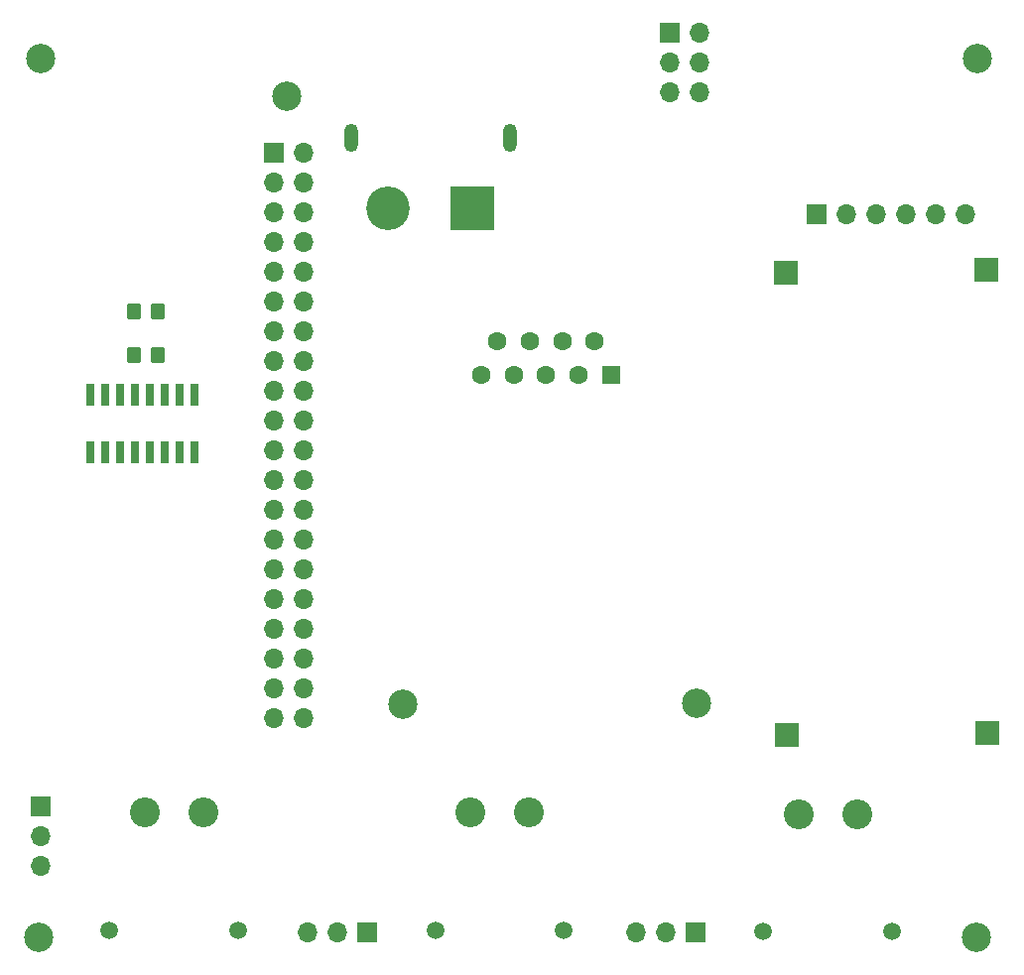
<source format=gbr>
%TF.GenerationSoftware,KiCad,Pcbnew,6.0.8-f2edbf62ab~116~ubuntu22.04.1*%
%TF.CreationDate,2022-11-23T03:00:06-05:00*%
%TF.ProjectId,MJBOTS-CubeSat,4d4a424f-5453-42d4-9375-62655361742e,rev?*%
%TF.SameCoordinates,Original*%
%TF.FileFunction,Soldermask,Bot*%
%TF.FilePolarity,Negative*%
%FSLAX46Y46*%
G04 Gerber Fmt 4.6, Leading zero omitted, Abs format (unit mm)*
G04 Created by KiCad (PCBNEW 6.0.8-f2edbf62ab~116~ubuntu22.04.1) date 2022-11-23 03:00:06*
%MOMM*%
%LPD*%
G01*
G04 APERTURE LIST*
G04 Aperture macros list*
%AMRoundRect*
0 Rectangle with rounded corners*
0 $1 Rounding radius*
0 $2 $3 $4 $5 $6 $7 $8 $9 X,Y pos of 4 corners*
0 Add a 4 corners polygon primitive as box body*
4,1,4,$2,$3,$4,$5,$6,$7,$8,$9,$2,$3,0*
0 Add four circle primitives for the rounded corners*
1,1,$1+$1,$2,$3*
1,1,$1+$1,$4,$5*
1,1,$1+$1,$6,$7*
1,1,$1+$1,$8,$9*
0 Add four rect primitives between the rounded corners*
20,1,$1+$1,$2,$3,$4,$5,0*
20,1,$1+$1,$4,$5,$6,$7,0*
20,1,$1+$1,$6,$7,$8,$9,0*
20,1,$1+$1,$8,$9,$2,$3,0*%
G04 Aperture macros list end*
%ADD10C,2.500000*%
%ADD11RoundRect,0.250000X-0.350000X-0.450000X0.350000X-0.450000X0.350000X0.450000X-0.350000X0.450000X0*%
%ADD12R,1.600000X1.600000*%
%ADD13C,1.600000*%
%ADD14C,2.550000*%
%ADD15C,1.500000*%
%ADD16R,1.700000X1.700000*%
%ADD17O,1.700000X1.700000*%
%ADD18R,3.716000X3.716000*%
%ADD19C,3.716000*%
%ADD20O,1.200000X2.400000*%
%ADD21R,2.000000X2.000000*%
%ADD22RoundRect,0.042000X-0.258000X0.908000X-0.258000X-0.908000X0.258000X-0.908000X0.258000X0.908000X0*%
G04 APERTURE END LIST*
D10*
%TO.C,H7*%
X129950000Y-104100000D03*
%TD*%
%TO.C,H5*%
X155000000Y-104000000D03*
%TD*%
D11*
%TO.C,R2*%
X107000000Y-74300000D03*
X109000000Y-74300000D03*
%TD*%
%TO.C,R1*%
X107000000Y-70600000D03*
X109000000Y-70600000D03*
%TD*%
D12*
%TO.C,J4*%
X147700000Y-76000000D03*
D13*
X144930000Y-76000000D03*
X142160000Y-76000000D03*
X139390000Y-76000000D03*
X136620000Y-76000000D03*
X146315000Y-73160000D03*
X143545000Y-73160000D03*
X140775000Y-73160000D03*
X138005000Y-73160000D03*
%TD*%
D14*
%TO.C,J9*%
X112900000Y-113388000D03*
X107900000Y-113388000D03*
D15*
X104900000Y-123388000D03*
X115900000Y-123388000D03*
%TD*%
D16*
%TO.C,J1*%
X152725000Y-46800000D03*
D17*
X155265000Y-46800000D03*
X152725000Y-49340000D03*
X155265000Y-49340000D03*
X152725000Y-51880000D03*
X155265000Y-51880000D03*
%TD*%
D16*
%TO.C,J2*%
X165250000Y-62300000D03*
D17*
X167790000Y-62300000D03*
X170330000Y-62300000D03*
X172870000Y-62300000D03*
X175410000Y-62300000D03*
X177950000Y-62300000D03*
%TD*%
D18*
%TO.C,J7*%
X135900000Y-61800000D03*
D19*
X128700000Y-61800000D03*
D20*
X139050000Y-55800000D03*
X125550000Y-55800000D03*
%TD*%
D21*
%TO.C,U1*%
X162750000Y-106750000D03*
X179850000Y-106600000D03*
X162602000Y-67314000D03*
X179750000Y-67050000D03*
%TD*%
D16*
%TO.C,J6*%
X99000000Y-112875000D03*
D17*
X99000000Y-115415000D03*
X99000000Y-117955000D03*
%TD*%
D16*
%TO.C,J3*%
X118925000Y-57075000D03*
D17*
X121465000Y-57075000D03*
X118925000Y-59615000D03*
X121465000Y-59615000D03*
X118925000Y-62155000D03*
X121465000Y-62155000D03*
X118925000Y-64695000D03*
X121465000Y-64695000D03*
X118925000Y-67235000D03*
X121465000Y-67235000D03*
X118925000Y-69775000D03*
X121465000Y-69775000D03*
X118925000Y-72315000D03*
X121465000Y-72315000D03*
X118925000Y-74855000D03*
X121465000Y-74855000D03*
X118925000Y-77395000D03*
X121465000Y-77395000D03*
X118925000Y-79935000D03*
X121465000Y-79935000D03*
X118925000Y-82475000D03*
X121465000Y-82475000D03*
X118925000Y-85015000D03*
X121465000Y-85015000D03*
X118925000Y-87555000D03*
X121465000Y-87555000D03*
X118925000Y-90095000D03*
X121465000Y-90095000D03*
X118925000Y-92635000D03*
X121465000Y-92635000D03*
X118925000Y-95175000D03*
X121465000Y-95175000D03*
X118925000Y-97715000D03*
X121465000Y-97715000D03*
X118925000Y-100255000D03*
X121465000Y-100255000D03*
X118925000Y-102795000D03*
X121465000Y-102795000D03*
X118925000Y-105335000D03*
X121465000Y-105335000D03*
%TD*%
D10*
%TO.C,H2*%
X179000000Y-49000000D03*
%TD*%
%TO.C,H3*%
X98900000Y-124000000D03*
%TD*%
D16*
%TO.C,J12*%
X126900000Y-123600000D03*
D17*
X124360000Y-123600000D03*
X121820000Y-123600000D03*
%TD*%
D15*
%TO.C,J8*%
X171700000Y-123488000D03*
X160700000Y-123488000D03*
D14*
X163700000Y-113488000D03*
X168700000Y-113488000D03*
%TD*%
D17*
%TO.C,J5*%
X149845000Y-123600000D03*
X152385000Y-123600000D03*
D16*
X154925000Y-123600000D03*
%TD*%
D10*
%TO.C,H1*%
X178900000Y-124000000D03*
%TD*%
%TO.C,H4*%
X99000000Y-49000000D03*
%TD*%
D14*
%TO.C,J10*%
X140700000Y-113388000D03*
X135700000Y-113388000D03*
D15*
X132700000Y-123388000D03*
X143700000Y-123388000D03*
%TD*%
D10*
%TO.C,H6*%
X120000000Y-52250000D03*
%TD*%
D22*
%TO.C,U2*%
X103255000Y-77745000D03*
X104525000Y-77745000D03*
X105795000Y-77745000D03*
X107065000Y-77745000D03*
X108335000Y-77745000D03*
X109605000Y-77745000D03*
X110875000Y-77745000D03*
X112145000Y-77745000D03*
X112145000Y-82655000D03*
X110875000Y-82655000D03*
X109605000Y-82655000D03*
X108335000Y-82655000D03*
X107065000Y-82655000D03*
X105795000Y-82655000D03*
X104525000Y-82655000D03*
X103255000Y-82655000D03*
%TD*%
M02*

</source>
